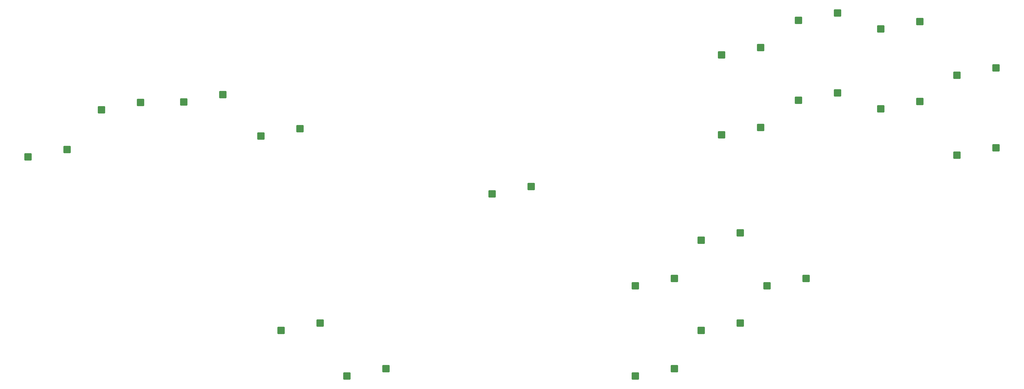
<source format=gbp>
G04 #@! TF.GenerationSoftware,KiCad,Pcbnew,(6.0.7)*
G04 #@! TF.CreationDate,2023-01-25T00:46:19-06:00*
G04 #@! TF.ProjectId,OpenRectangle,4f70656e-5265-4637-9461-6e676c652e6b,rev?*
G04 #@! TF.SameCoordinates,Original*
G04 #@! TF.FileFunction,Paste,Bot*
G04 #@! TF.FilePolarity,Positive*
%FSLAX46Y46*%
G04 Gerber Fmt 4.6, Leading zero omitted, Abs format (unit mm)*
G04 Created by KiCad (PCBNEW (6.0.7)) date 2023-01-25 00:46:19*
%MOMM*%
%LPD*%
G01*
G04 APERTURE LIST*
G04 Aperture macros list*
%AMRoundRect*
0 Rectangle with rounded corners*
0 $1 Rounding radius*
0 $2 $3 $4 $5 $6 $7 $8 $9 X,Y pos of 4 corners*
0 Add a 4 corners polygon primitive as box body*
4,1,4,$2,$3,$4,$5,$6,$7,$8,$9,$2,$3,0*
0 Add four circle primitives for the rounded corners*
1,1,$1+$1,$2,$3*
1,1,$1+$1,$4,$5*
1,1,$1+$1,$6,$7*
1,1,$1+$1,$8,$9*
0 Add four rect primitives between the rounded corners*
20,1,$1+$1,$2,$3,$4,$5,0*
20,1,$1+$1,$4,$5,$6,$7,0*
20,1,$1+$1,$6,$7,$8,$9,0*
20,1,$1+$1,$8,$9,$2,$3,0*%
G04 Aperture macros list end*
%ADD10RoundRect,0.250000X1.025000X1.000000X-1.025000X1.000000X-1.025000X-1.000000X1.025000X-1.000000X0*%
G04 APERTURE END LIST*
D10*
G04 #@! TO.C,SW13*
X296792000Y-31809000D03*
X310242000Y-29269000D03*
G04 #@! TD*
G04 #@! TO.C,SW35*
X240588500Y-154727866D03*
X254038500Y-152187866D03*
G04 #@! TD*
G04 #@! TO.C,SW19*
X270274000Y-71414000D03*
X283724000Y-68874000D03*
G04 #@! TD*
G04 #@! TO.C,SW26*
X351370000Y-78430000D03*
X364820000Y-75890000D03*
G04 #@! TD*
G04 #@! TO.C,SW28*
X118440499Y-138931001D03*
X131890499Y-136391001D03*
G04 #@! TD*
G04 #@! TO.C,SW32*
X240588500Y-123542866D03*
X254038500Y-121002866D03*
G04 #@! TD*
G04 #@! TO.C,SW22*
X296792000Y-59419000D03*
X310242000Y-56879000D03*
G04 #@! TD*
G04 #@! TO.C,SW34*
X263275500Y-107772866D03*
X276725500Y-105232866D03*
G04 #@! TD*
G04 #@! TO.C,SW16*
X325147000Y-34784000D03*
X338597000Y-32244000D03*
G04 #@! TD*
G04 #@! TO.C,SW38*
X263275500Y-138957866D03*
X276725500Y-136417866D03*
G04 #@! TD*
G04 #@! TO.C,SW3*
X31282000Y-79036000D03*
X44732000Y-76496000D03*
G04 #@! TD*
G04 #@! TO.C,SW5*
X56562000Y-62733000D03*
X70012000Y-60193000D03*
G04 #@! TD*
G04 #@! TO.C,SW29*
X141128499Y-154700001D03*
X154578499Y-152160001D03*
G04 #@! TD*
G04 #@! TO.C,SW7*
X84918000Y-60007000D03*
X98368000Y-57467000D03*
G04 #@! TD*
G04 #@! TO.C,SW11*
X270274000Y-43805000D03*
X283724000Y-41265000D03*
G04 #@! TD*
G04 #@! TO.C,SW17*
X351370000Y-50820000D03*
X364820000Y-48280000D03*
G04 #@! TD*
G04 #@! TO.C,SW39*
X285932500Y-123542866D03*
X299382500Y-121002866D03*
G04 #@! TD*
G04 #@! TO.C,SW23*
X325147000Y-62394000D03*
X338597000Y-59854000D03*
G04 #@! TD*
G04 #@! TO.C,SW10*
X111490000Y-71770000D03*
X124940000Y-69230000D03*
G04 #@! TD*
G04 #@! TO.C,SW1*
X191218500Y-91786866D03*
X204668500Y-89246866D03*
G04 #@! TD*
M02*

</source>
